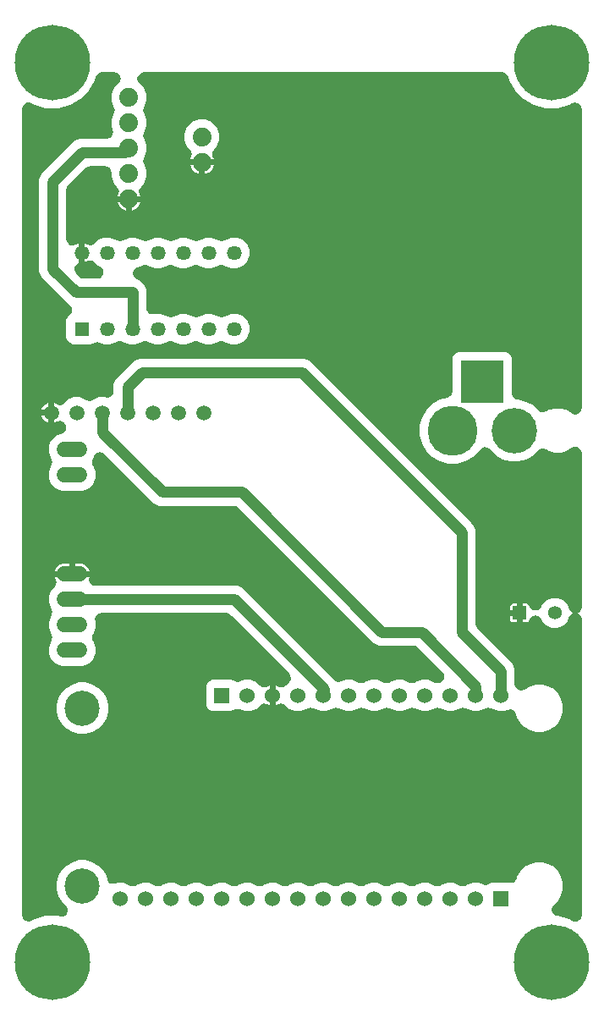
<source format=gbr>
G04 EAGLE Gerber RS-274X export*
G75*
%MOMM*%
%FSLAX34Y34*%
%LPD*%
%INTop Copper*%
%IPPOS*%
%AMOC8*
5,1,8,0,0,1.08239X$1,22.5*%
G01*
G04 Define Apertures*
%ADD10R,1.358000X1.358000*%
%ADD11C,1.358000*%
%ADD12C,1.508000*%
%ADD13R,4.340000X4.340000*%
%ADD14C,5.000000*%
%ADD15C,4.540000*%
%ADD16C,7.550000*%
%ADD17R,1.458000X1.458000*%
%ADD18C,1.458000*%
%ADD19C,1.879600*%
%ADD20R,1.530000X1.530000*%
%ADD21C,3.516000*%
%ADD22C,1.530000*%
%ADD23C,1.524000*%
%ADD24C,1.100000*%
G36*
X429525Y91154D02*
X426552Y90307D01*
X424061Y90730D01*
X421932Y92092D01*
X420503Y94177D01*
X420000Y96653D01*
X420000Y903347D01*
X420752Y906345D01*
X422365Y908291D01*
X424609Y909453D01*
X427129Y909649D01*
X429525Y908846D01*
X432292Y907249D01*
X443960Y904122D01*
X456040Y904122D01*
X467708Y907249D01*
X478170Y913288D01*
X486712Y921830D01*
X492752Y932292D01*
X493556Y935294D01*
X495128Y938068D01*
X497213Y939497D01*
X499689Y940000D01*
X512219Y940000D01*
X514413Y939609D01*
X516563Y938281D01*
X518025Y936220D01*
X518568Y933751D01*
X518104Y931267D01*
X516709Y929160D01*
X512109Y924561D01*
X509441Y918119D01*
X509441Y911147D01*
X512251Y904363D01*
X512734Y901984D01*
X512251Y899503D01*
X509441Y892719D01*
X509441Y885747D01*
X510824Y882408D01*
X511304Y880180D01*
X510881Y877689D01*
X509519Y875560D01*
X507434Y874131D01*
X504957Y873628D01*
X477289Y873628D01*
X472280Y871553D01*
X438947Y838220D01*
X436872Y833211D01*
X436872Y740415D01*
X438947Y735406D01*
X465928Y708425D01*
X466250Y708292D01*
X468165Y707056D01*
X469627Y704995D01*
X470169Y702526D01*
X469706Y700042D01*
X468310Y697935D01*
X465457Y695082D01*
X464220Y692095D01*
X464220Y674281D01*
X465457Y671294D01*
X467744Y669007D01*
X470731Y667770D01*
X488545Y667770D01*
X492518Y669416D01*
X492681Y669527D01*
X495154Y670049D01*
X497635Y669566D01*
X501971Y667770D01*
X508105Y667770D01*
X514378Y670369D01*
X515168Y670910D01*
X517637Y671453D01*
X520121Y670989D01*
X520992Y670412D01*
X527371Y667770D01*
X533505Y667770D01*
X539778Y670369D01*
X540568Y670910D01*
X543037Y671453D01*
X545521Y670989D01*
X546392Y670412D01*
X552771Y667770D01*
X558905Y667770D01*
X565178Y670369D01*
X565968Y670910D01*
X568437Y671453D01*
X570921Y670989D01*
X571792Y670412D01*
X578171Y667770D01*
X584305Y667770D01*
X590578Y670369D01*
X591368Y670910D01*
X593837Y671453D01*
X596321Y670989D01*
X597192Y670412D01*
X603571Y667770D01*
X609705Y667770D01*
X615978Y670369D01*
X616768Y670910D01*
X619237Y671453D01*
X621721Y670989D01*
X622592Y670412D01*
X628971Y667770D01*
X635105Y667770D01*
X640772Y670117D01*
X645109Y674454D01*
X647456Y680121D01*
X647456Y686255D01*
X645109Y691922D01*
X640772Y696259D01*
X635105Y698606D01*
X628971Y698606D01*
X622698Y696008D01*
X621908Y695466D01*
X619439Y694923D01*
X616955Y695387D01*
X616084Y695964D01*
X609705Y698606D01*
X603571Y698606D01*
X597298Y696008D01*
X596508Y695466D01*
X594039Y694923D01*
X591555Y695387D01*
X590684Y695964D01*
X584305Y698606D01*
X578171Y698606D01*
X571898Y696008D01*
X571108Y695466D01*
X568639Y694923D01*
X566155Y695387D01*
X565284Y695964D01*
X558905Y698606D01*
X552702Y698606D01*
X550618Y698157D01*
X548127Y698581D01*
X545998Y699943D01*
X544569Y702027D01*
X544066Y704504D01*
X544066Y722689D01*
X541991Y727698D01*
X538158Y731531D01*
X534980Y732848D01*
X533102Y734049D01*
X531624Y736098D01*
X531062Y738562D01*
X531505Y741050D01*
X532884Y743168D01*
X534980Y744581D01*
X539778Y746569D01*
X540568Y747110D01*
X543037Y747653D01*
X545521Y747189D01*
X546392Y746612D01*
X552771Y743970D01*
X558905Y743970D01*
X565178Y746569D01*
X565968Y747110D01*
X568437Y747653D01*
X570921Y747189D01*
X571792Y746612D01*
X578171Y743970D01*
X584305Y743970D01*
X590578Y746569D01*
X591368Y747110D01*
X593837Y747653D01*
X596321Y747189D01*
X597192Y746612D01*
X603571Y743970D01*
X609705Y743970D01*
X615978Y746569D01*
X616768Y747110D01*
X619237Y747653D01*
X621721Y747189D01*
X622592Y746612D01*
X628971Y743970D01*
X635105Y743970D01*
X640772Y746317D01*
X645109Y750654D01*
X647456Y756321D01*
X647456Y762455D01*
X645109Y768122D01*
X640772Y772459D01*
X635105Y774806D01*
X628971Y774806D01*
X622698Y772208D01*
X621908Y771666D01*
X619439Y771123D01*
X616955Y771587D01*
X616084Y772164D01*
X609705Y774806D01*
X603571Y774806D01*
X597298Y772208D01*
X596508Y771666D01*
X594039Y771123D01*
X591555Y771587D01*
X590684Y772164D01*
X584305Y774806D01*
X578171Y774806D01*
X571898Y772208D01*
X571108Y771666D01*
X568639Y771123D01*
X566155Y771587D01*
X565284Y772164D01*
X558905Y774806D01*
X552771Y774806D01*
X546498Y772208D01*
X545708Y771666D01*
X543239Y771123D01*
X540755Y771587D01*
X539884Y772164D01*
X533505Y774806D01*
X527371Y774806D01*
X521098Y772208D01*
X520308Y771666D01*
X517839Y771123D01*
X515355Y771587D01*
X514484Y772164D01*
X508105Y774806D01*
X501971Y774806D01*
X496304Y772459D01*
X492704Y768859D01*
X490737Y767522D01*
X488265Y766999D01*
X485784Y767482D01*
X482686Y768765D01*
X482686Y750011D01*
X485784Y751294D01*
X488113Y751776D01*
X490597Y751313D01*
X492704Y749917D01*
X496304Y746317D01*
X497498Y745823D01*
X499339Y744656D01*
X500834Y742618D01*
X501415Y740158D01*
X500992Y737667D01*
X499630Y735538D01*
X497545Y734109D01*
X495068Y733606D01*
X481923Y733606D01*
X479540Y734070D01*
X477433Y735466D01*
X474181Y738718D01*
X472906Y740546D01*
X472324Y743006D01*
X472748Y745497D01*
X474110Y747626D01*
X476194Y749055D01*
X476590Y749135D01*
X476590Y768765D01*
X472908Y767240D01*
X470680Y766760D01*
X468189Y767184D01*
X466060Y768546D01*
X464631Y770630D01*
X464128Y773107D01*
X464128Y822225D01*
X464592Y824608D01*
X465988Y826715D01*
X483785Y844512D01*
X485798Y845869D01*
X488275Y846372D01*
X503091Y846372D01*
X505380Y845945D01*
X507509Y844583D01*
X508938Y842499D01*
X509441Y840022D01*
X509441Y834947D01*
X512109Y828505D01*
X515010Y825605D01*
X516347Y823638D01*
X516870Y821165D01*
X516386Y818684D01*
X515308Y816081D01*
X538626Y816081D01*
X537548Y818684D01*
X537065Y821013D01*
X537529Y823498D01*
X538924Y825605D01*
X541825Y828505D01*
X544493Y834947D01*
X544493Y841919D01*
X541683Y848703D01*
X541200Y851082D01*
X541683Y853563D01*
X544493Y860347D01*
X544493Y867319D01*
X541683Y874103D01*
X541200Y876482D01*
X541683Y878963D01*
X544493Y885747D01*
X544493Y892719D01*
X541683Y899503D01*
X541200Y901882D01*
X541683Y904363D01*
X544493Y911147D01*
X544493Y918119D01*
X541825Y924561D01*
X537226Y929160D01*
X535951Y930988D01*
X535369Y933448D01*
X535793Y935939D01*
X537155Y938068D01*
X539239Y939497D01*
X541716Y940000D01*
X900311Y940000D01*
X903398Y939199D01*
X905317Y937556D01*
X906444Y935294D01*
X907249Y932292D01*
X913288Y921830D01*
X921830Y913288D01*
X932292Y907249D01*
X943960Y904122D01*
X956040Y904122D01*
X967708Y907249D01*
X970475Y908846D01*
X973448Y909693D01*
X975939Y909270D01*
X978068Y907908D01*
X979497Y905823D01*
X980000Y903347D01*
X980000Y604043D01*
X979609Y601849D01*
X978281Y599698D01*
X976220Y598236D01*
X973751Y597694D01*
X971267Y598157D01*
X970142Y598903D01*
X970132Y598886D01*
X964392Y602201D01*
X958796Y603700D01*
X953004Y603700D01*
X947408Y602201D01*
X944393Y600460D01*
X941320Y599610D01*
X938835Y600074D01*
X936728Y601469D01*
X931829Y606369D01*
X924799Y610427D01*
X916959Y612528D01*
X916578Y612528D01*
X914289Y612955D01*
X912160Y614317D01*
X910731Y616401D01*
X910228Y618878D01*
X910228Y654017D01*
X908991Y657004D01*
X906704Y659291D01*
X903717Y660528D01*
X857083Y660528D01*
X854096Y659291D01*
X851809Y657004D01*
X850572Y654017D01*
X850572Y620781D01*
X849771Y617694D01*
X848128Y615774D01*
X845866Y614648D01*
X838113Y612570D01*
X830559Y608209D01*
X824391Y602041D01*
X820030Y594487D01*
X817772Y586061D01*
X817772Y577339D01*
X820030Y568913D01*
X824391Y561359D01*
X830559Y555191D01*
X838113Y550830D01*
X846539Y548572D01*
X855261Y548572D01*
X863687Y550830D01*
X871241Y555191D01*
X877409Y561359D01*
X877749Y561949D01*
X878618Y563118D01*
X880679Y564581D01*
X883148Y565123D01*
X885632Y564659D01*
X887739Y563264D01*
X893971Y557031D01*
X901001Y552973D01*
X908841Y550872D01*
X916959Y550872D01*
X924799Y552973D01*
X931829Y557031D01*
X936728Y561931D01*
X939477Y563547D01*
X941997Y563743D01*
X944393Y562940D01*
X947408Y561199D01*
X953004Y559700D01*
X958796Y559700D01*
X964392Y561199D01*
X970035Y564457D01*
X970988Y565122D01*
X973448Y565704D01*
X975939Y565280D01*
X978068Y563918D01*
X979497Y561834D01*
X980000Y559357D01*
X980000Y404822D01*
X979626Y402676D01*
X978315Y400515D01*
X976306Y399066D01*
X978068Y397939D01*
X979497Y395854D01*
X980000Y393378D01*
X980000Y96653D01*
X979248Y93655D01*
X977635Y91709D01*
X975391Y90547D01*
X972871Y90351D01*
X970475Y91154D01*
X967708Y92752D01*
X955716Y95965D01*
X954009Y96269D01*
X951858Y97597D01*
X950396Y99658D01*
X949854Y102127D01*
X950317Y104611D01*
X951713Y106718D01*
X956445Y111450D01*
X959565Y116854D01*
X961180Y122882D01*
X961180Y129122D01*
X959565Y135150D01*
X956445Y140554D01*
X952032Y144967D01*
X946628Y148087D01*
X940600Y149702D01*
X934360Y149702D01*
X928332Y148087D01*
X922928Y144967D01*
X918515Y140554D01*
X915395Y135150D01*
X915030Y133787D01*
X913457Y131012D01*
X911373Y129583D01*
X908896Y129080D01*
X890113Y129080D01*
X886046Y127395D01*
X883666Y126912D01*
X881186Y127395D01*
X877118Y129080D01*
X870842Y129080D01*
X864200Y126329D01*
X863850Y126089D01*
X861381Y125547D01*
X858897Y126010D01*
X858507Y126268D01*
X851718Y129080D01*
X845442Y129080D01*
X838800Y126329D01*
X838450Y126089D01*
X835981Y125547D01*
X833497Y126010D01*
X833107Y126268D01*
X826318Y129080D01*
X820042Y129080D01*
X813400Y126329D01*
X813050Y126089D01*
X810581Y125547D01*
X808097Y126010D01*
X807707Y126268D01*
X800918Y129080D01*
X794642Y129080D01*
X788000Y126329D01*
X787650Y126089D01*
X785181Y125547D01*
X782697Y126010D01*
X782307Y126268D01*
X775518Y129080D01*
X769242Y129080D01*
X762600Y126329D01*
X762250Y126089D01*
X759781Y125547D01*
X757297Y126010D01*
X756907Y126268D01*
X750118Y129080D01*
X743842Y129080D01*
X737200Y126329D01*
X736850Y126089D01*
X734381Y125547D01*
X731897Y126010D01*
X731507Y126268D01*
X724718Y129080D01*
X718442Y129080D01*
X711800Y126329D01*
X711450Y126089D01*
X708981Y125547D01*
X706497Y126010D01*
X706107Y126268D01*
X699318Y129080D01*
X693042Y129080D01*
X686400Y126329D01*
X686050Y126089D01*
X683581Y125547D01*
X681097Y126010D01*
X680707Y126268D01*
X673918Y129080D01*
X667642Y129080D01*
X661000Y126329D01*
X660650Y126089D01*
X658181Y125547D01*
X655697Y126010D01*
X655307Y126268D01*
X648518Y129080D01*
X642242Y129080D01*
X635600Y126329D01*
X635250Y126089D01*
X632781Y125547D01*
X630297Y126010D01*
X629907Y126268D01*
X623118Y129080D01*
X616842Y129080D01*
X610200Y126329D01*
X609850Y126089D01*
X607381Y125547D01*
X604897Y126010D01*
X604507Y126268D01*
X597718Y129080D01*
X591442Y129080D01*
X584800Y126329D01*
X584450Y126089D01*
X581981Y125547D01*
X579497Y126010D01*
X579107Y126268D01*
X572318Y129080D01*
X566042Y129080D01*
X559400Y126329D01*
X559050Y126089D01*
X556581Y125547D01*
X554097Y126010D01*
X553707Y126268D01*
X546918Y129080D01*
X540642Y129080D01*
X534000Y126329D01*
X533650Y126089D01*
X531181Y125547D01*
X528697Y126010D01*
X528307Y126268D01*
X521518Y129080D01*
X515242Y129080D01*
X513676Y128432D01*
X510568Y127984D01*
X508159Y128749D01*
X506239Y130393D01*
X505112Y132655D01*
X504236Y135925D01*
X500852Y141787D01*
X496065Y146574D01*
X490203Y149958D01*
X483665Y151710D01*
X476895Y151710D01*
X470357Y149958D01*
X464495Y146574D01*
X459709Y141787D01*
X456324Y135925D01*
X454572Y129387D01*
X454572Y122617D01*
X456324Y116079D01*
X459709Y110217D01*
X463881Y106044D01*
X464732Y104988D01*
X465649Y102633D01*
X465574Y100107D01*
X464520Y97810D01*
X462653Y96106D01*
X460270Y95265D01*
X457748Y95420D01*
X456040Y95878D01*
X443960Y95878D01*
X432292Y92752D01*
X429525Y91154D01*
G37*
%LPC*%
G36*
X588341Y853048D02*
X611659Y853048D01*
X610581Y855652D01*
X610098Y857980D01*
X610562Y860465D01*
X611957Y862572D01*
X614858Y865472D01*
X617526Y871914D01*
X617526Y878886D01*
X614858Y885328D01*
X609928Y890258D01*
X603486Y892926D01*
X596514Y892926D01*
X590072Y890258D01*
X585142Y885328D01*
X582474Y878886D01*
X582474Y871914D01*
X585142Y865472D01*
X588043Y862572D01*
X589380Y860605D01*
X589903Y858132D01*
X589419Y855652D01*
X588341Y853048D01*
G37*
G36*
X593238Y839879D02*
X596952Y838341D01*
X596952Y846952D01*
X588341Y846952D01*
X589879Y843238D01*
X593238Y839879D01*
G37*
G36*
X603048Y846952D02*
X603048Y838341D01*
X606762Y839879D01*
X610121Y843238D01*
X611659Y846952D01*
X603048Y846952D01*
G37*
G36*
X520205Y802912D02*
X523919Y801374D01*
X523919Y809985D01*
X515308Y809985D01*
X516847Y806271D01*
X520205Y802912D01*
G37*
G36*
X530015Y809985D02*
X530015Y801374D01*
X533729Y802912D01*
X537088Y806271D01*
X538626Y809985D01*
X530015Y809985D01*
G37*
G36*
X934360Y280102D02*
X940600Y280102D01*
X946628Y281717D01*
X952032Y284837D01*
X956445Y289250D01*
X959565Y294654D01*
X961180Y300682D01*
X961180Y306922D01*
X959565Y312950D01*
X956445Y318354D01*
X952032Y322767D01*
X946628Y325887D01*
X940600Y327502D01*
X934360Y327502D01*
X928332Y325887D01*
X922533Y322539D01*
X919560Y321691D01*
X917069Y322115D01*
X914940Y323477D01*
X913511Y325561D01*
X913008Y328038D01*
X913008Y343331D01*
X910933Y348340D01*
X875488Y383785D01*
X874131Y385798D01*
X873628Y388275D01*
X873628Y482711D01*
X871553Y487720D01*
X707720Y651553D01*
X702711Y653628D01*
X537289Y653628D01*
X532280Y651553D01*
X513785Y633058D01*
X511710Y628049D01*
X511710Y620845D01*
X511301Y618603D01*
X509956Y616463D01*
X507883Y615017D01*
X505411Y614495D01*
X503195Y614926D01*
X496821Y614926D01*
X490292Y612222D01*
X489808Y611890D01*
X487339Y611347D01*
X484855Y611811D01*
X484318Y612166D01*
X477655Y614926D01*
X471421Y614926D01*
X465663Y612541D01*
X462146Y609024D01*
X460179Y607687D01*
X457706Y607164D01*
X455225Y607647D01*
X452186Y608906D01*
X452186Y589610D01*
X455225Y590869D01*
X457554Y591352D01*
X460039Y590888D01*
X462146Y589493D01*
X462387Y589252D01*
X463683Y587377D01*
X464245Y584913D01*
X463801Y582425D01*
X462422Y580307D01*
X460327Y578895D01*
X453460Y576051D01*
X449029Y571621D01*
X446632Y565833D01*
X446632Y559568D01*
X449370Y552956D01*
X449636Y552570D01*
X450178Y550101D01*
X449715Y547617D01*
X449430Y547187D01*
X446632Y540433D01*
X446632Y534168D01*
X449029Y528380D01*
X453460Y523949D01*
X459248Y521552D01*
X480753Y521552D01*
X486541Y523949D01*
X490971Y528380D01*
X493368Y534168D01*
X493368Y540433D01*
X490630Y547044D01*
X490364Y547430D01*
X489822Y549899D01*
X490285Y552383D01*
X490570Y552813D01*
X492013Y556297D01*
X493249Y558212D01*
X495310Y559674D01*
X497779Y560216D01*
X500263Y559753D01*
X502370Y558357D01*
X552280Y508447D01*
X557289Y506372D01*
X631725Y506372D01*
X634108Y505908D01*
X636215Y504512D01*
X772280Y368447D01*
X777289Y366372D01*
X811725Y366372D01*
X814108Y365908D01*
X816215Y364512D01*
X840847Y339880D01*
X842143Y338006D01*
X842705Y335542D01*
X842261Y333054D01*
X840882Y330936D01*
X839086Y329726D01*
X838450Y329289D01*
X835981Y328747D01*
X833497Y329210D01*
X833107Y329468D01*
X826318Y332280D01*
X820042Y332280D01*
X813400Y329529D01*
X813050Y329289D01*
X810581Y328747D01*
X808097Y329210D01*
X807707Y329468D01*
X800918Y332280D01*
X794642Y332280D01*
X788000Y329529D01*
X787650Y329289D01*
X785181Y328747D01*
X782697Y329210D01*
X782307Y329468D01*
X775518Y332280D01*
X769242Y332280D01*
X762600Y329529D01*
X762250Y329289D01*
X759781Y328747D01*
X757297Y329210D01*
X756907Y329468D01*
X750118Y332280D01*
X743842Y332280D01*
X739796Y330604D01*
X736576Y330170D01*
X734182Y330977D01*
X732291Y332655D01*
X731763Y333357D01*
X731608Y333448D01*
X730347Y334426D01*
X640520Y424253D01*
X635511Y426328D01*
X493244Y426328D01*
X491003Y426737D01*
X488863Y428082D01*
X487417Y430155D01*
X486895Y432627D01*
X487367Y435052D01*
X452645Y435052D01*
X453897Y432031D01*
X454379Y429703D01*
X453916Y427218D01*
X452520Y425111D01*
X449029Y421621D01*
X446632Y415833D01*
X446632Y409568D01*
X449370Y402956D01*
X449636Y402570D01*
X450178Y400101D01*
X449715Y397617D01*
X449430Y397187D01*
X446632Y390433D01*
X446632Y384168D01*
X449370Y377556D01*
X449636Y377170D01*
X450178Y374701D01*
X449715Y372217D01*
X449430Y371787D01*
X446632Y365033D01*
X446632Y358768D01*
X449029Y352980D01*
X453460Y348549D01*
X459248Y346152D01*
X480753Y346152D01*
X486541Y348549D01*
X490971Y352980D01*
X493368Y358768D01*
X493368Y365033D01*
X490630Y371644D01*
X490364Y372030D01*
X489822Y374499D01*
X490285Y376983D01*
X490570Y377413D01*
X493368Y384168D01*
X493368Y390562D01*
X492946Y392520D01*
X493370Y395011D01*
X494732Y397140D01*
X496816Y398569D01*
X499293Y399072D01*
X624525Y399072D01*
X626908Y398608D01*
X629015Y397212D01*
X687306Y338921D01*
X688622Y337001D01*
X689165Y334533D01*
X688701Y332048D01*
X687306Y329941D01*
X683762Y326397D01*
X681795Y325060D01*
X679322Y324538D01*
X676842Y325021D01*
X673828Y326269D01*
X673828Y306735D01*
X676842Y307983D01*
X679170Y308466D01*
X681655Y308002D01*
X683762Y306607D01*
X687243Y303126D01*
X693042Y300724D01*
X699318Y300724D01*
X705960Y303475D01*
X706310Y303715D01*
X708779Y304257D01*
X711263Y303794D01*
X711653Y303536D01*
X718442Y300724D01*
X724718Y300724D01*
X731360Y303475D01*
X731710Y303715D01*
X734179Y304257D01*
X736663Y303794D01*
X737053Y303536D01*
X743842Y300724D01*
X750118Y300724D01*
X756760Y303475D01*
X757110Y303715D01*
X759579Y304257D01*
X762063Y303794D01*
X762453Y303536D01*
X769242Y300724D01*
X775518Y300724D01*
X782160Y303475D01*
X782510Y303715D01*
X784979Y304257D01*
X787463Y303794D01*
X787853Y303536D01*
X794642Y300724D01*
X800918Y300724D01*
X807560Y303475D01*
X807910Y303715D01*
X810379Y304257D01*
X812863Y303794D01*
X813253Y303536D01*
X820042Y300724D01*
X826318Y300724D01*
X832960Y303475D01*
X833310Y303715D01*
X835779Y304257D01*
X838263Y303794D01*
X838653Y303536D01*
X845442Y300724D01*
X851718Y300724D01*
X858360Y303475D01*
X858710Y303715D01*
X861179Y304257D01*
X863663Y303794D01*
X864053Y303536D01*
X870842Y300724D01*
X877118Y300724D01*
X883760Y303475D01*
X884110Y303715D01*
X886579Y304257D01*
X889063Y303794D01*
X889453Y303536D01*
X896242Y300724D01*
X902518Y300724D01*
X905955Y302148D01*
X909063Y302595D01*
X911472Y301830D01*
X913392Y300187D01*
X914519Y297924D01*
X915395Y294654D01*
X918515Y289250D01*
X922928Y284837D01*
X928332Y281717D01*
X934360Y280102D01*
G37*
G36*
X439490Y602306D02*
X446090Y602306D01*
X446090Y608906D01*
X443428Y607804D01*
X440593Y604968D01*
X439490Y602306D01*
G37*
G36*
X443428Y590713D02*
X446090Y589610D01*
X446090Y596210D01*
X439490Y596210D01*
X440593Y593548D01*
X443428Y590713D01*
G37*
G36*
X473048Y441148D02*
X487355Y441148D01*
X486233Y443855D01*
X483375Y446713D01*
X479641Y448260D01*
X473048Y448260D01*
X473048Y441148D01*
G37*
G36*
X452645Y441148D02*
X466952Y441148D01*
X466952Y448260D01*
X460359Y448260D01*
X456625Y446713D01*
X453767Y443855D01*
X452645Y441148D01*
G37*
G36*
X950033Y384182D02*
X955967Y384182D01*
X961450Y386453D01*
X965647Y390650D01*
X967783Y395808D01*
X968950Y397648D01*
X970979Y399136D01*
X969196Y400297D01*
X967783Y402392D01*
X965647Y407550D01*
X961450Y411747D01*
X955967Y414018D01*
X950033Y414018D01*
X944550Y411747D01*
X940353Y407550D01*
X939469Y405416D01*
X938268Y403538D01*
X936218Y402060D01*
X933754Y401498D01*
X931266Y401941D01*
X929148Y403320D01*
X927736Y405416D01*
X926943Y407329D01*
X926229Y408043D01*
X925295Y408430D01*
X921048Y408430D01*
X921048Y389770D01*
X925295Y389770D01*
X926229Y390157D01*
X926943Y390871D01*
X927736Y392784D01*
X928937Y394662D01*
X930987Y396140D01*
X933451Y396702D01*
X935939Y396259D01*
X938057Y394880D01*
X939469Y392784D01*
X940353Y390650D01*
X944550Y386453D01*
X950033Y384182D01*
G37*
G36*
X908670Y402148D02*
X914952Y402148D01*
X914952Y408430D01*
X910705Y408430D01*
X909771Y408043D01*
X909057Y407329D01*
X908670Y406395D01*
X908670Y402148D01*
G37*
G36*
X910705Y389770D02*
X914952Y389770D01*
X914952Y396052D01*
X908670Y396052D01*
X908670Y391805D01*
X909057Y390871D01*
X909771Y390157D01*
X910705Y389770D01*
G37*
G36*
X610713Y300724D02*
X629247Y300724D01*
X633314Y302409D01*
X635694Y302892D01*
X638174Y302409D01*
X642242Y300724D01*
X648518Y300724D01*
X654318Y303126D01*
X657798Y306607D01*
X659765Y307944D01*
X662238Y308466D01*
X664718Y307983D01*
X667732Y306735D01*
X667732Y326269D01*
X664718Y325021D01*
X662390Y324538D01*
X659905Y325002D01*
X657798Y326397D01*
X654318Y329878D01*
X648518Y332280D01*
X642242Y332280D01*
X638174Y330595D01*
X635795Y330112D01*
X633314Y330595D01*
X629247Y332280D01*
X610713Y332280D01*
X607726Y331043D01*
X605439Y328756D01*
X604202Y325769D01*
X604202Y307235D01*
X605439Y304248D01*
X607726Y301961D01*
X610713Y300724D01*
G37*
G36*
X476895Y278094D02*
X483665Y278094D01*
X490203Y279846D01*
X496065Y283231D01*
X500852Y288017D01*
X504236Y293879D01*
X505988Y300417D01*
X505988Y307187D01*
X504236Y313725D01*
X500852Y319587D01*
X496065Y324374D01*
X490203Y327758D01*
X483665Y329510D01*
X476895Y329510D01*
X470357Y327758D01*
X464495Y324374D01*
X459709Y319587D01*
X456324Y313725D01*
X454572Y307187D01*
X454572Y300417D01*
X456324Y293879D01*
X459709Y288017D01*
X464495Y283231D01*
X470357Y279846D01*
X476895Y278094D01*
G37*
%LPD*%
D10*
X918000Y399100D03*
D11*
X953000Y399100D03*
D12*
X449138Y599258D03*
X474538Y599258D03*
X499938Y599258D03*
X525338Y599258D03*
X550738Y599258D03*
X576138Y599258D03*
X601538Y599258D03*
D13*
X880400Y630700D03*
D14*
X850900Y581700D03*
D15*
X912900Y581700D03*
D16*
X450000Y50000D03*
X450000Y950000D03*
X950000Y50000D03*
X950000Y950000D03*
D17*
X479638Y683188D03*
D18*
X505038Y683188D03*
X530438Y683188D03*
X555838Y683188D03*
X581238Y683188D03*
X606638Y683188D03*
X632038Y683188D03*
X632038Y759388D03*
X606638Y759388D03*
X581238Y759388D03*
X555838Y759388D03*
X530438Y759388D03*
X505038Y759388D03*
X479638Y759388D03*
D19*
X600000Y850000D03*
X600000Y875400D03*
D20*
X899380Y113302D03*
X619980Y316502D03*
D21*
X480280Y303802D03*
X480280Y126002D03*
D22*
X645380Y316502D03*
X670780Y316502D03*
X696180Y316502D03*
X721580Y316502D03*
X746980Y316502D03*
X772380Y316502D03*
X797780Y316502D03*
X823180Y316502D03*
X848580Y316502D03*
X873980Y316502D03*
X899380Y316502D03*
X873980Y113302D03*
X848580Y113302D03*
X823180Y113302D03*
X797780Y113302D03*
X772380Y113302D03*
X746980Y113302D03*
X721580Y113302D03*
X696180Y113302D03*
X670780Y113302D03*
X645380Y113302D03*
X619980Y113302D03*
X594580Y113302D03*
X569180Y113302D03*
X543780Y113302D03*
X518380Y113302D03*
D23*
X477620Y361900D02*
X462380Y361900D01*
X462380Y387300D02*
X477620Y387300D01*
X477620Y412700D02*
X462380Y412700D01*
X462380Y438100D02*
X477620Y438100D01*
X477620Y537300D02*
X462380Y537300D01*
X462380Y562700D02*
X477620Y562700D01*
D19*
X526967Y813033D03*
X526967Y838433D03*
X526967Y863833D03*
X526967Y889233D03*
X526967Y914633D03*
D24*
X499938Y599258D02*
X500000Y599196D01*
X500000Y580000D01*
X560000Y520000D01*
X640000Y520000D01*
X780000Y380000D01*
X820000Y380000D01*
X873980Y326020D01*
X873980Y316502D01*
X525338Y599258D02*
X525338Y625338D01*
X540000Y640000D01*
X700000Y640000D01*
X860000Y480000D01*
X860000Y380000D01*
X899380Y340620D02*
X899380Y316502D01*
X899380Y340620D02*
X860000Y380000D01*
X473648Y719978D02*
X450500Y743126D01*
X530438Y719978D02*
X530438Y683188D01*
X530438Y719978D02*
X473648Y719978D01*
X450500Y830500D02*
X480000Y860000D01*
X450500Y830500D02*
X450500Y743126D01*
X523134Y860000D02*
X526967Y863833D01*
X523134Y860000D02*
X480000Y860000D01*
X722500Y323000D02*
X721580Y316502D01*
X722500Y323000D02*
X632800Y412700D01*
X470000Y412700D01*
M02*

</source>
